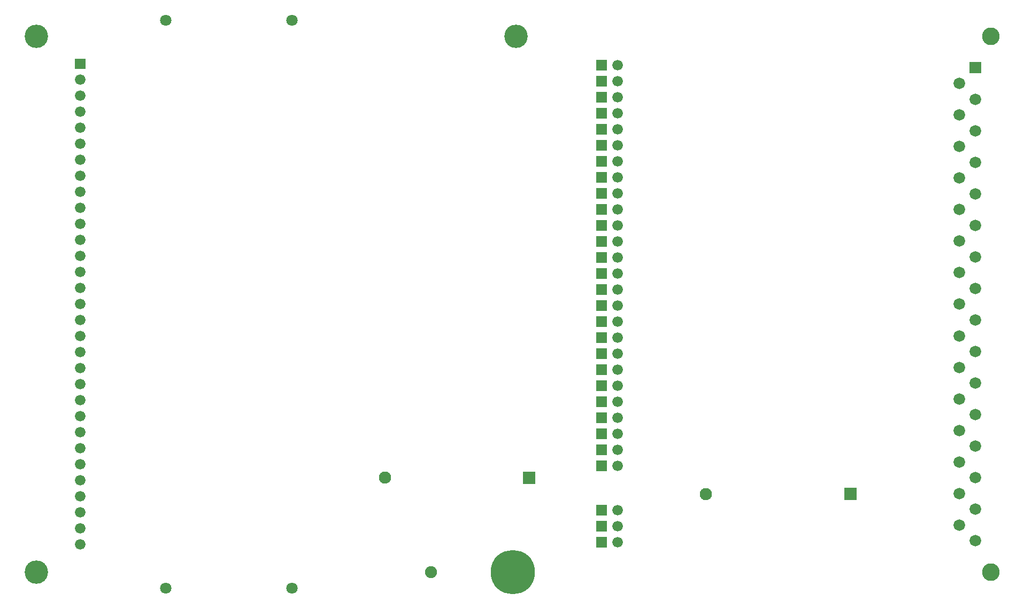
<source format=gts>
G04 start of page 8 for group -4063 idx -4063 *
G04 Title: 01.003.00.01.01.pcb, componentmask *
G04 Creator: pcb 4.1.2 *
G04 CreationDate: Sat Sep  1 10:17:41 2018 UTC *
G04 For: bert *
G04 Format: Gerber/RS-274X *
G04 PCB-Dimensions (mil): 6692.91 4330.71 *
G04 PCB-Coordinate-Origin: lower left *
%MOIN*%
%FSLAX25Y25*%
%LNGTS*%
%ADD72C,0.1100*%
%ADD71C,0.0720*%
%ADD70C,0.0660*%
%ADD69C,0.0760*%
%ADD68C,0.0001*%
%ADD67C,0.0750*%
%ADD66C,0.2760*%
%ADD65C,0.0710*%
%ADD64C,0.1460*%
G54D64*X37402Y49213D03*
G54D65*X118110Y39370D03*
G54D66*X334646Y49213D03*
G54D67*X283465D03*
G54D68*G36*
X386700Y178871D02*Y172271D01*
X393300D01*
Y178871D01*
X386700D01*
G37*
G36*
Y158871D02*Y152271D01*
X393300D01*
Y158871D01*
X386700D01*
G37*
G36*
Y168871D02*Y162271D01*
X393300D01*
Y168871D01*
X386700D01*
G37*
G36*
X340944Y112068D02*Y104468D01*
X348544D01*
Y112068D01*
X340944D01*
G37*
G36*
X541200Y101871D02*Y94271D01*
X548800D01*
Y101871D01*
X541200D01*
G37*
G54D69*X455000Y98071D03*
X254744Y108268D03*
G54D68*G36*
X386700Y81371D02*Y74771D01*
X393300D01*
Y81371D01*
X386700D01*
G37*
G36*
Y91371D02*Y84771D01*
X393300D01*
Y91371D01*
X386700D01*
G37*
G36*
Y71371D02*Y64771D01*
X393300D01*
Y71371D01*
X386700D01*
G37*
G36*
Y138871D02*Y132271D01*
X393300D01*
Y138871D01*
X386700D01*
G37*
G36*
Y118871D02*Y112271D01*
X393300D01*
Y118871D01*
X386700D01*
G37*
G36*
Y148871D02*Y142271D01*
X393300D01*
Y148871D01*
X386700D01*
G37*
G36*
Y128871D02*Y122271D01*
X393300D01*
Y128871D01*
X386700D01*
G37*
G36*
Y238871D02*Y232271D01*
X393300D01*
Y238871D01*
X386700D01*
G37*
G36*
Y218871D02*Y212271D01*
X393300D01*
Y218871D01*
X386700D01*
G37*
G36*
Y198871D02*Y192271D01*
X393300D01*
Y198871D01*
X386700D01*
G37*
G36*
Y228871D02*Y222271D01*
X393300D01*
Y228871D01*
X386700D01*
G37*
G36*
Y208871D02*Y202271D01*
X393300D01*
Y208871D01*
X386700D01*
G37*
G36*
Y188871D02*Y182271D01*
X393300D01*
Y188871D01*
X386700D01*
G37*
G54D70*X400000Y235571D03*
Y215571D03*
Y195571D03*
Y225571D03*
Y205571D03*
Y185571D03*
Y115571D03*
Y78071D03*
Y125571D03*
Y88071D03*
Y68071D03*
G54D68*G36*
X386700Y248871D02*Y242271D01*
X393300D01*
Y248871D01*
X386700D01*
G37*
G54D70*X400000Y245571D03*
Y175571D03*
Y155571D03*
Y135571D03*
Y165571D03*
Y145571D03*
G54D65*X196850Y39370D03*
G54D70*X64961Y206536D03*
Y196536D03*
Y186536D03*
Y176536D03*
Y166536D03*
Y156536D03*
Y146536D03*
Y136536D03*
Y126536D03*
Y116536D03*
Y106536D03*
Y96536D03*
Y86536D03*
Y76536D03*
Y66536D03*
G54D64*X37402Y383858D03*
G54D65*X118110Y393701D03*
G54D68*G36*
X61661Y369836D02*Y363236D01*
X68261D01*
Y369836D01*
X61661D01*
G37*
G54D70*X64961Y356536D03*
Y346536D03*
Y336536D03*
Y326536D03*
G54D68*G36*
X386700Y358871D02*Y352271D01*
X393300D01*
Y358871D01*
X386700D01*
G37*
G54D70*X400000Y355571D03*
G54D68*G36*
X386700Y368871D02*Y362271D01*
X393300D01*
Y368871D01*
X386700D01*
G37*
G54D70*X400000Y365571D03*
G54D68*G36*
X386700Y298871D02*Y292271D01*
X393300D01*
Y298871D01*
X386700D01*
G37*
G36*
Y278871D02*Y272271D01*
X393300D01*
Y278871D01*
X386700D01*
G37*
G36*
Y258871D02*Y252271D01*
X393300D01*
Y258871D01*
X386700D01*
G37*
G36*
Y308871D02*Y302271D01*
X393300D01*
Y308871D01*
X386700D01*
G37*
G36*
Y288871D02*Y282271D01*
X393300D01*
Y288871D01*
X386700D01*
G37*
G36*
Y268871D02*Y262271D01*
X393300D01*
Y268871D01*
X386700D01*
G37*
G54D70*X400000Y295571D03*
Y275571D03*
Y255571D03*
Y305571D03*
Y285571D03*
Y265571D03*
G54D68*G36*
X386700Y338871D02*Y332271D01*
X393300D01*
Y338871D01*
X386700D01*
G37*
G54D70*X400000Y335571D03*
G54D68*G36*
X386700Y318871D02*Y312271D01*
X393300D01*
Y318871D01*
X386700D01*
G37*
G54D70*X400000Y315571D03*
G54D68*G36*
X386700Y328871D02*Y322271D01*
X393300D01*
Y328871D01*
X386700D01*
G37*
G54D70*X400000Y325571D03*
G54D68*G36*
X386700Y348871D02*Y342271D01*
X393300D01*
Y348871D01*
X386700D01*
G37*
G54D70*X400000Y345571D03*
G54D64*X336615Y383858D03*
G54D65*X196850Y393701D03*
G54D70*X64961Y316536D03*
Y306536D03*
Y296536D03*
Y286536D03*
Y276536D03*
Y266536D03*
Y256536D03*
Y246536D03*
Y236536D03*
Y226536D03*
Y216536D03*
G54D68*G36*
X619233Y367774D02*Y360574D01*
X626433D01*
Y367774D01*
X619233D01*
G37*
G54D71*X612991Y354332D03*
X622833Y344489D03*
Y324804D03*
Y305119D03*
G54D72*X632676Y383859D03*
G54D71*X612991Y334647D03*
Y314961D03*
Y295276D03*
Y275591D03*
Y255906D03*
Y236221D03*
X622833Y285434D03*
Y265749D03*
Y246064D03*
X612991Y216537D03*
Y196852D03*
Y177167D03*
X622833Y226379D03*
Y206694D03*
Y187009D03*
Y167324D03*
X612991Y157481D03*
Y137796D03*
Y118111D03*
Y98426D03*
Y78741D03*
X622833Y147639D03*
Y127954D03*
Y108269D03*
Y88584D03*
Y68899D03*
G54D72*X632676Y49213D03*
M02*

</source>
